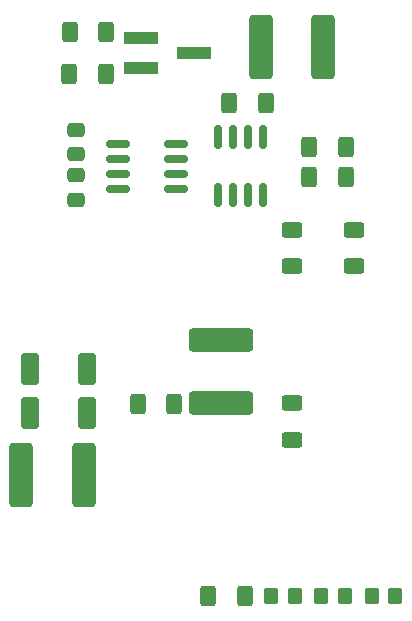
<source format=gbr>
%TF.GenerationSoftware,KiCad,Pcbnew,7.0.10*%
%TF.CreationDate,2024-06-24T21:04:26-04:00*%
%TF.ProjectId,nulldetector,6e756c6c-6465-4746-9563-746f722e6b69,rev?*%
%TF.SameCoordinates,Original*%
%TF.FileFunction,Paste,Top*%
%TF.FilePolarity,Positive*%
%FSLAX46Y46*%
G04 Gerber Fmt 4.6, Leading zero omitted, Abs format (unit mm)*
G04 Created by KiCad (PCBNEW 7.0.10) date 2024-06-24 21:04:26*
%MOMM*%
%LPD*%
G01*
G04 APERTURE LIST*
G04 Aperture macros list*
%AMRoundRect*
0 Rectangle with rounded corners*
0 $1 Rounding radius*
0 $2 $3 $4 $5 $6 $7 $8 $9 X,Y pos of 4 corners*
0 Add a 4 corners polygon primitive as box body*
4,1,4,$2,$3,$4,$5,$6,$7,$8,$9,$2,$3,0*
0 Add four circle primitives for the rounded corners*
1,1,$1+$1,$2,$3*
1,1,$1+$1,$4,$5*
1,1,$1+$1,$6,$7*
1,1,$1+$1,$8,$9*
0 Add four rect primitives between the rounded corners*
20,1,$1+$1,$2,$3,$4,$5,0*
20,1,$1+$1,$4,$5,$6,$7,0*
20,1,$1+$1,$6,$7,$8,$9,0*
20,1,$1+$1,$8,$9,$2,$3,0*%
G04 Aperture macros list end*
%ADD10RoundRect,0.250000X0.400000X0.625000X-0.400000X0.625000X-0.400000X-0.625000X0.400000X-0.625000X0*%
%ADD11RoundRect,0.250000X0.625000X-0.400000X0.625000X0.400000X-0.625000X0.400000X-0.625000X-0.400000X0*%
%ADD12RoundRect,0.250000X-0.400000X-0.625000X0.400000X-0.625000X0.400000X0.625000X-0.400000X0.625000X0*%
%ADD13RoundRect,0.150000X0.150000X-0.825000X0.150000X0.825000X-0.150000X0.825000X-0.150000X-0.825000X0*%
%ADD14RoundRect,0.249999X0.737501X2.450001X-0.737501X2.450001X-0.737501X-2.450001X0.737501X-2.450001X0*%
%ADD15R,3.000000X1.000000*%
%ADD16RoundRect,0.249999X2.450001X-0.737501X2.450001X0.737501X-2.450001X0.737501X-2.450001X-0.737501X0*%
%ADD17RoundRect,0.250000X-0.350000X-0.450000X0.350000X-0.450000X0.350000X0.450000X-0.350000X0.450000X0*%
%ADD18RoundRect,0.250000X-0.475000X0.337500X-0.475000X-0.337500X0.475000X-0.337500X0.475000X0.337500X0*%
%ADD19RoundRect,0.150000X0.825000X0.150000X-0.825000X0.150000X-0.825000X-0.150000X0.825000X-0.150000X0*%
%ADD20RoundRect,0.250000X-0.500000X-1.100000X0.500000X-1.100000X0.500000X1.100000X-0.500000X1.100000X0*%
%ADD21RoundRect,0.250000X0.500000X1.100000X-0.500000X1.100000X-0.500000X-1.100000X0.500000X-1.100000X0*%
G04 APERTURE END LIST*
D10*
%TO.C,R13*%
X156800000Y-101250000D03*
X153700000Y-101250000D03*
%TD*%
D11*
%TO.C,R10*%
X152250000Y-111350000D03*
X152250000Y-108250000D03*
%TD*%
D12*
%TO.C,R9*%
X146950000Y-97500000D03*
X150050000Y-97500000D03*
%TD*%
D13*
%TO.C,U2*%
X145960000Y-105340000D03*
X147230000Y-105340000D03*
X148500000Y-105340000D03*
X149770000Y-105340000D03*
X149770000Y-100390000D03*
X148500000Y-100390000D03*
X147230000Y-100390000D03*
X145960000Y-100390000D03*
%TD*%
D14*
%TO.C,C5*%
X154887500Y-92750000D03*
X149612500Y-92750000D03*
%TD*%
D10*
%TO.C,R6*%
X142300000Y-123000000D03*
X139200000Y-123000000D03*
%TD*%
D15*
%TO.C,RV1*%
X139490004Y-94548001D03*
X143990004Y-93278001D03*
X139490004Y-92008001D03*
%TD*%
D11*
%TO.C,R11*%
X157500000Y-111350000D03*
X157500000Y-108250000D03*
%TD*%
D16*
%TO.C,C3*%
X146250000Y-122887500D03*
X146250000Y-117612500D03*
%TD*%
D17*
%TO.C,R3*%
X154750000Y-139250000D03*
X156750000Y-139250000D03*
%TD*%
D12*
%TO.C,R7*%
X133424000Y-95056001D03*
X136524000Y-95056001D03*
%TD*%
%TO.C,R1*%
X145150000Y-139250000D03*
X148250000Y-139250000D03*
%TD*%
D18*
%TO.C,C1*%
X133956998Y-99774000D03*
X133956998Y-101849000D03*
%TD*%
D12*
%TO.C,R12*%
X153700000Y-103750000D03*
X156800000Y-103750000D03*
%TD*%
D14*
%TO.C,C4*%
X134637500Y-129000000D03*
X129362500Y-129000000D03*
%TD*%
D18*
%TO.C,C2*%
X133957000Y-103627000D03*
X133957000Y-105702000D03*
%TD*%
D19*
%TO.C,U1*%
X142475000Y-104770000D03*
X142475000Y-103500000D03*
X142475000Y-102230000D03*
X142475000Y-100960000D03*
X137525000Y-100960000D03*
X137525000Y-102230000D03*
X137525000Y-103500000D03*
X137525000Y-104770000D03*
%TD*%
D17*
%TO.C,R4*%
X159000000Y-139250000D03*
X161000000Y-139250000D03*
%TD*%
D11*
%TO.C,R5*%
X152250000Y-126050000D03*
X152250000Y-122950000D03*
%TD*%
D17*
%TO.C,R2*%
X150500000Y-139250000D03*
X152500000Y-139250000D03*
%TD*%
D20*
%TO.C,D2*%
X130100000Y-120000000D03*
X134900000Y-120000000D03*
%TD*%
D10*
%TO.C,R8*%
X136550000Y-91500000D03*
X133450000Y-91500000D03*
%TD*%
D21*
%TO.C,D1*%
X134900000Y-123750000D03*
X130100000Y-123750000D03*
%TD*%
M02*

</source>
